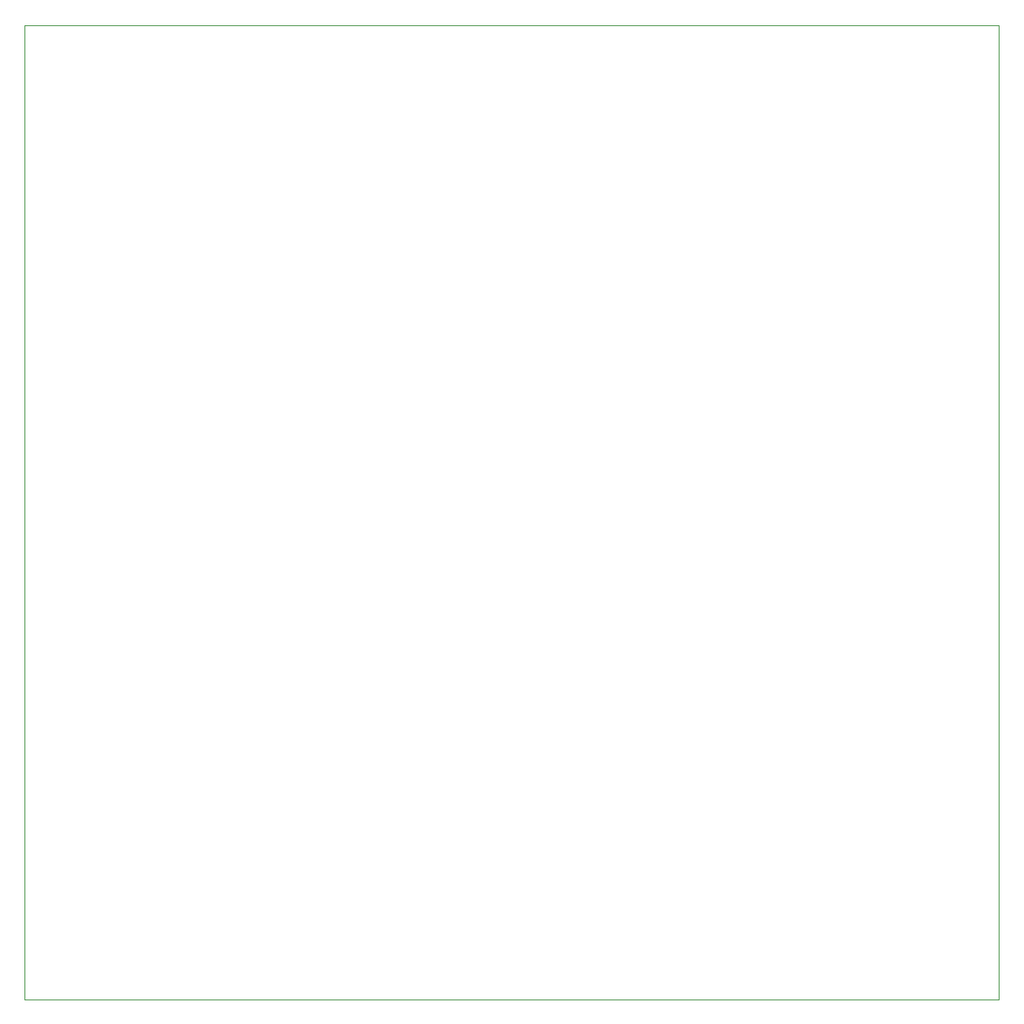
<source format=gbr>
%TF.GenerationSoftware,KiCad,Pcbnew,7.0.5.1-1-g8f565ef7f0-dirty-deb11*%
%TF.CreationDate,2023-07-22T00:16:10+00:00*%
%TF.ProjectId,MPPB01,4d505042-3031-42e6-9b69-6361645f7063,**%
%TF.SameCoordinates,Original*%
%TF.FileFunction,Profile,NP*%
%FSLAX46Y46*%
G04 Gerber Fmt 4.6, Leading zero omitted, Abs format (unit mm)*
G04 Created by KiCad (PCBNEW 7.0.5.1-1-g8f565ef7f0-dirty-deb11) date 2023-07-22 00:16:10*
%MOMM*%
%LPD*%
G01*
G04 APERTURE LIST*
%TA.AperFunction,Profile*%
%ADD10C,0.100000*%
%TD*%
G04 APERTURE END LIST*
D10*
X101346000Y254000D02*
X101346000Y101346000D01*
X254000Y254000D02*
X101346000Y254000D01*
X101346000Y101346000D02*
X254000Y101346000D01*
X254000Y101346000D02*
X254000Y254000D01*
M02*

</source>
